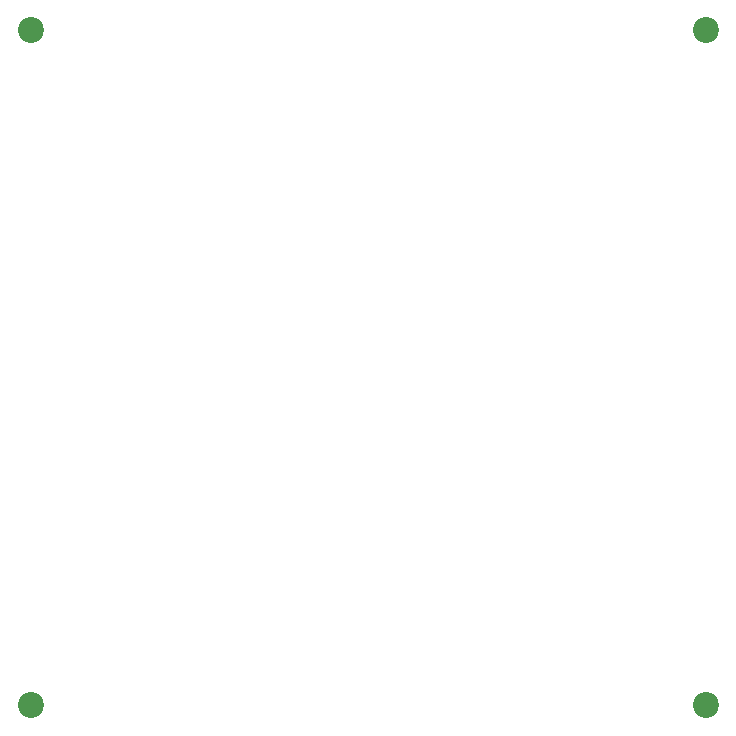
<source format=gbr>
%TF.GenerationSoftware,KiCad,Pcbnew,9.0.5-9.0.5~ubuntu24.04.1*%
%TF.CreationDate,2025-11-03T22:08:34+08:00*%
%TF.ProjectId,TPS2,54505332-2e6b-4696-9361-645f70636258,rev?*%
%TF.SameCoordinates,Original*%
%TF.FileFunction,Soldermask,Bot*%
%TF.FilePolarity,Negative*%
%FSLAX46Y46*%
G04 Gerber Fmt 4.6, Leading zero omitted, Abs format (unit mm)*
G04 Created by KiCad (PCBNEW 9.0.5-9.0.5~ubuntu24.04.1) date 2025-11-03 22:08:34*
%MOMM*%
%LPD*%
G01*
G04 APERTURE LIST*
%ADD10C,2.200000*%
G04 APERTURE END LIST*
D10*
%TO.C,H4*%
X164325000Y-105200000D03*
%TD*%
%TO.C,H1*%
X107175000Y-48050000D03*
%TD*%
%TO.C,H2*%
X107175000Y-105200000D03*
%TD*%
%TO.C,H3*%
X164325000Y-48050000D03*
%TD*%
M02*

</source>
